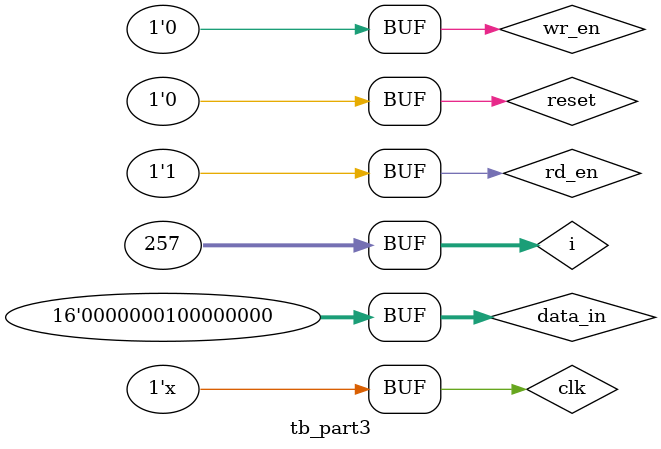
<source format=v>
`timescale 1ns / 1ps


module tb_part3;

reg clk;
reg reset;
reg rd_en;
reg wr_en;
reg [15:0] data_in;


wire full;
wire empty;
wire [15:0] data_out;
integer i,fid_in, fid_out, status;
part3 uut (.clk(clk),.reset(reset),.rd_en(rd_en),.wr_en(wr_en),.full(full),.empty(empty),.data_in(data_in),.data_out(data_out));
always # 1.75 clk = ~ clk;


initial begin
// Initialize Inputs
clk = 0;
reset = 0;
rd_en = 0;
wr_en = 0;
data_in = 0;

#40;
reset =1;
#90;
reset =0;

for(i=1;i<257;i=i+1)
begin
wr_en=0;
data_in = i;
wr_en=1;
#20;
end
wr_en=0;
#40;
rd_en =1;
#500;
end

endmodule

</source>
